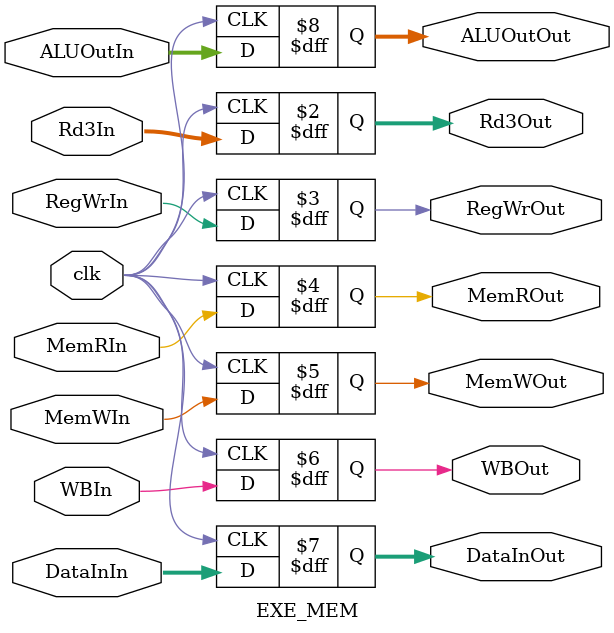
<source format=v>
module EXE_MEM(
	input wire clk,
	input wire [2:0] Rd3In, output reg [2:0] Rd3Out,
	input wire RegWrIn, output reg RegWrOut,
	input wire MemRIn, output reg MemROut,
	input wire MemWIn, output reg MemWOut,
	input wire WBIn, output reg WBOut,
	input wire [15:0] DataInIn, output reg [15:0] DataInOut,
	input wire [15:0] ALUOutIn, output reg [15:0] ALUOutOut
);


	always @(posedge clk) begin

        Rd3Out <= Rd3In;
        RegWrOut <= RegWrIn;
        MemROut <= MemRIn;
        MemWOut <= MemWIn;
        WBOut <= WBIn;
        DataInOut <= DataInIn;
        ALUOutOut <= ALUOutIn;

    end
	
endmodule
</source>
